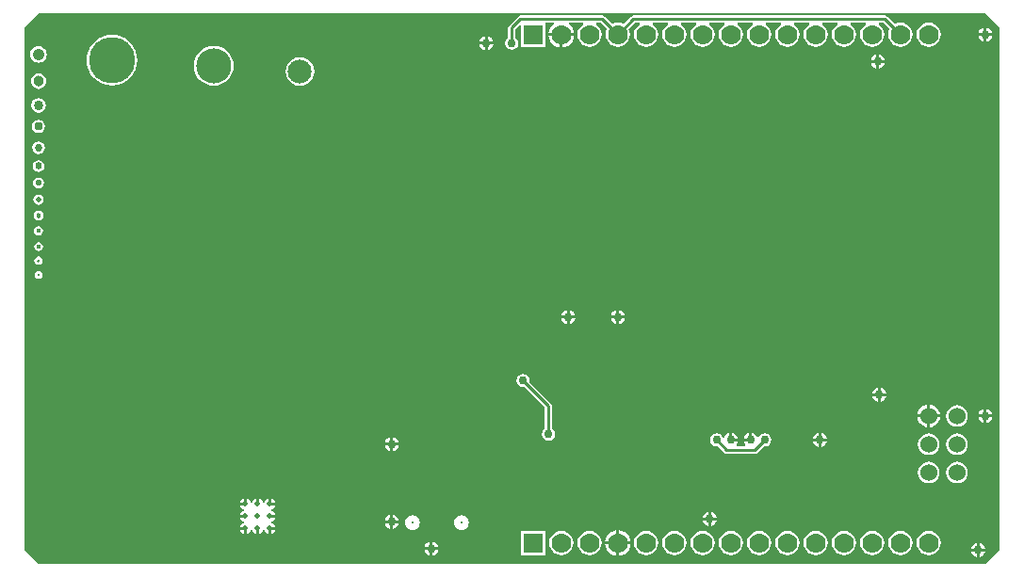
<source format=gbl>
G04 Layer_Physical_Order=2*
G04 Layer_Color=16750899*
%FSAX25Y25*%
%MOIN*%
G70*
G01*
G75*
%ADD39C,0.01000*%
%ADD40C,0.06000*%
%ADD41R,0.07000X0.07000*%
%ADD42C,0.07000*%
%ADD43C,0.01000*%
%ADD44C,0.03000*%
%ADD45C,0.04230*%
%ADD46C,0.03400*%
%ADD47C,0.02740*%
%ADD48C,0.02210*%
%ADD49C,0.01790*%
%ADD50C,0.01460*%
%ADD51C,0.01200*%
%ADD52C,0.01969*%
%ADD53C,0.01330*%
%ADD54C,0.01620*%
%ADD55C,0.01990*%
%ADD56C,0.02460*%
%ADD57C,0.03050*%
%ADD58C,0.03790*%
%ADD59C,0.16350*%
%ADD60C,0.08470*%
%ADD61C,0.12400*%
G36*
X0447500Y0292500D02*
Y0107500D01*
X0442500Y0102500D01*
X0107500D01*
X0102500Y0107500D01*
Y0292500D01*
X0107500Y0297500D01*
X0442500D01*
X0447500Y0292500D01*
D02*
G37*
%LPC*%
G36*
X0344500Y0120949D02*
X0344024Y0120855D01*
X0343198Y0120302D01*
X0342645Y0119475D01*
X0342550Y0119000D01*
X0344500D01*
Y0120949D01*
D02*
G37*
G36*
X0233000Y0119949D02*
Y0118000D01*
X0234949D01*
X0234855Y0118475D01*
X0234302Y0119302D01*
X0233475Y0119855D01*
X0233000Y0119949D01*
D02*
G37*
G36*
X0232000D02*
X0231524Y0119855D01*
X0230698Y0119302D01*
X0230145Y0118475D01*
X0230050Y0118000D01*
X0232000D01*
Y0119949D01*
D02*
G37*
G36*
X0189831Y0125754D02*
Y0124331D01*
X0191254D01*
X0191200Y0124605D01*
X0190761Y0125261D01*
X0190105Y0125700D01*
X0189831Y0125754D01*
D02*
G37*
G36*
X0180169D02*
X0179895Y0125700D01*
X0179239Y0125261D01*
X0178800Y0124605D01*
X0178746Y0124331D01*
X0180169D01*
Y0125754D01*
D02*
G37*
G36*
X0345500Y0120949D02*
Y0119000D01*
X0347449D01*
X0347355Y0119475D01*
X0346802Y0120302D01*
X0345975Y0120855D01*
X0345500Y0120949D01*
D02*
G37*
G36*
X0347449Y0118000D02*
X0345500D01*
Y0116051D01*
X0345975Y0116145D01*
X0346802Y0116698D01*
X0347355Y0117525D01*
X0347449Y0118000D01*
D02*
G37*
G36*
X0257161Y0119852D02*
X0256485Y0119763D01*
X0255854Y0119501D01*
X0255313Y0119086D01*
X0254897Y0118545D01*
X0254636Y0117914D01*
X0254547Y0117238D01*
X0254636Y0116561D01*
X0254897Y0115931D01*
X0255313Y0115390D01*
X0255854Y0114974D01*
X0256485Y0114713D01*
X0257161Y0114624D01*
X0257838Y0114713D01*
X0258468Y0114974D01*
X0259009Y0115390D01*
X0259424Y0115931D01*
X0259686Y0116561D01*
X0259775Y0117238D01*
X0259686Y0117914D01*
X0259424Y0118545D01*
X0259009Y0119086D01*
X0258468Y0119501D01*
X0257838Y0119763D01*
X0257161Y0119852D01*
D02*
G37*
G36*
X0239839D02*
X0239162Y0119763D01*
X0238532Y0119501D01*
X0237991Y0119086D01*
X0237576Y0118545D01*
X0237314Y0117914D01*
X0237225Y0117238D01*
X0237314Y0116561D01*
X0237576Y0115931D01*
X0237991Y0115390D01*
X0238532Y0114974D01*
X0239162Y0114713D01*
X0239839Y0114624D01*
X0240515Y0114713D01*
X0241146Y0114974D01*
X0241687Y0115390D01*
X0242103Y0115931D01*
X0242364Y0116561D01*
X0242453Y0117238D01*
X0242364Y0117914D01*
X0242103Y0118545D01*
X0241687Y0119086D01*
X0241146Y0119501D01*
X0240515Y0119763D01*
X0239839Y0119852D01*
D02*
G37*
G36*
X0191254Y0114669D02*
X0189831D01*
Y0113246D01*
X0190105Y0113300D01*
X0190761Y0113739D01*
X0191200Y0114395D01*
X0191254Y0114669D01*
D02*
G37*
G36*
X0344500Y0118000D02*
X0342550D01*
X0342645Y0117525D01*
X0343198Y0116698D01*
X0344024Y0116145D01*
X0344500Y0116051D01*
Y0118000D01*
D02*
G37*
G36*
X0234949Y0117000D02*
X0233000D01*
Y0115050D01*
X0233475Y0115145D01*
X0234302Y0115698D01*
X0234855Y0116525D01*
X0234949Y0117000D01*
D02*
G37*
G36*
X0232000D02*
X0230050D01*
X0230145Y0116525D01*
X0230698Y0115698D01*
X0231524Y0115145D01*
X0232000Y0115050D01*
Y0117000D01*
D02*
G37*
G36*
X0188831Y0125754D02*
X0188557Y0125700D01*
X0187900Y0125261D01*
X0187462Y0124605D01*
X0187420Y0124397D01*
X0186910D01*
X0186869Y0124605D01*
X0186431Y0125261D01*
X0185774Y0125700D01*
X0185500Y0125754D01*
Y0123831D01*
X0184500D01*
Y0125754D01*
X0184226Y0125700D01*
X0183569Y0125261D01*
X0183131Y0124605D01*
X0183089Y0124397D01*
X0182580D01*
X0182538Y0124605D01*
X0182100Y0125261D01*
X0181444Y0125700D01*
X0181169Y0125754D01*
Y0123831D01*
X0180669D01*
Y0123331D01*
X0178746D01*
X0178800Y0123056D01*
X0179239Y0122400D01*
X0179895Y0121962D01*
X0180103Y0121920D01*
Y0121411D01*
X0179895Y0121369D01*
X0179239Y0120931D01*
X0178800Y0120274D01*
X0178746Y0120000D01*
X0180669D01*
Y0119000D01*
X0178746D01*
X0178800Y0118726D01*
X0179239Y0118069D01*
X0179895Y0117631D01*
X0180103Y0117589D01*
Y0117080D01*
X0179895Y0117038D01*
X0179239Y0116600D01*
X0178800Y0115944D01*
X0178746Y0115669D01*
X0180669D01*
Y0115169D01*
X0181169D01*
Y0113246D01*
X0181444Y0113300D01*
X0182100Y0113739D01*
X0182538Y0114395D01*
X0182580Y0114603D01*
X0183089D01*
X0183131Y0114395D01*
X0183569Y0113739D01*
X0184226Y0113300D01*
X0184500Y0113246D01*
Y0115169D01*
X0185500D01*
Y0113246D01*
X0185774Y0113300D01*
X0186431Y0113739D01*
X0186869Y0114395D01*
X0186910Y0114603D01*
X0187420D01*
X0187462Y0114395D01*
X0187900Y0113739D01*
X0188557Y0113300D01*
X0188831Y0113246D01*
Y0115169D01*
X0189331D01*
Y0115669D01*
X0191254D01*
X0191200Y0115944D01*
X0190761Y0116600D01*
X0190105Y0117038D01*
X0189897Y0117080D01*
Y0117589D01*
X0190105Y0117631D01*
X0190761Y0118069D01*
X0191200Y0118726D01*
X0191254Y0119000D01*
X0189331D01*
Y0120000D01*
X0191254D01*
X0191200Y0120274D01*
X0190761Y0120931D01*
X0190105Y0121369D01*
X0189897Y0121411D01*
Y0121920D01*
X0190105Y0121962D01*
X0190761Y0122400D01*
X0191200Y0123056D01*
X0191254Y0123331D01*
X0189331D01*
Y0123831D01*
X0188831D01*
Y0125754D01*
D02*
G37*
G36*
X0232000Y0147450D02*
X0231524Y0147355D01*
X0230698Y0146802D01*
X0230145Y0145975D01*
X0230050Y0145500D01*
X0232000D01*
Y0147450D01*
D02*
G37*
G36*
X0360000Y0148950D02*
Y0146500D01*
X0359500D01*
Y0146000D01*
X0357050D01*
X0357145Y0145525D01*
X0357612Y0144825D01*
X0357423Y0144325D01*
X0354577D01*
X0354388Y0144825D01*
X0354855Y0145525D01*
X0354949Y0146000D01*
X0352500D01*
Y0146500D01*
X0352000D01*
Y0148950D01*
X0351524Y0148855D01*
X0350698Y0148302D01*
X0350157Y0147494D01*
X0349862Y0147436D01*
X0349630Y0147451D01*
X0349158Y0148158D01*
X0348397Y0148667D01*
X0347500Y0148845D01*
X0346603Y0148667D01*
X0345842Y0148158D01*
X0345333Y0147397D01*
X0345155Y0146500D01*
X0345333Y0145603D01*
X0345842Y0144842D01*
X0346603Y0144333D01*
X0347500Y0144155D01*
X0347892Y0144233D01*
X0350063Y0142063D01*
X0350493Y0141775D01*
X0351000Y0141674D01*
X0361000D01*
X0361507Y0141775D01*
X0361937Y0142063D01*
X0364107Y0144233D01*
X0364500Y0144155D01*
X0365397Y0144333D01*
X0366158Y0144842D01*
X0366667Y0145603D01*
X0366845Y0146500D01*
X0366667Y0147397D01*
X0366158Y0148158D01*
X0365397Y0148667D01*
X0364500Y0148845D01*
X0363603Y0148667D01*
X0362842Y0148158D01*
X0362369Y0147451D01*
X0362138Y0147436D01*
X0361843Y0147494D01*
X0361302Y0148302D01*
X0360475Y0148855D01*
X0360000Y0148950D01*
D02*
G37*
G36*
X0386450Y0146000D02*
X0384500D01*
Y0144051D01*
X0384976Y0144145D01*
X0385802Y0144698D01*
X0386355Y0145525D01*
X0386450Y0146000D01*
D02*
G37*
G36*
X0353000Y0148950D02*
Y0147000D01*
X0354949D01*
X0354855Y0147476D01*
X0354302Y0148302D01*
X0353475Y0148855D01*
X0353000Y0148950D01*
D02*
G37*
G36*
X0279000Y0169845D02*
X0278103Y0169667D01*
X0277342Y0169158D01*
X0276833Y0168397D01*
X0276655Y0167500D01*
X0276833Y0166603D01*
X0277342Y0165842D01*
X0278103Y0165333D01*
X0279000Y0165155D01*
X0279393Y0165233D01*
X0286659Y0157967D01*
Y0150381D01*
X0286326Y0150158D01*
X0285818Y0149397D01*
X0285639Y0148500D01*
X0285818Y0147603D01*
X0286326Y0146842D01*
X0287087Y0146333D01*
X0287984Y0146155D01*
X0288882Y0146333D01*
X0289643Y0146842D01*
X0290151Y0147603D01*
X0290329Y0148500D01*
X0290151Y0149397D01*
X0289643Y0150158D01*
X0289310Y0150381D01*
Y0158516D01*
X0289209Y0159023D01*
X0288921Y0159453D01*
X0281267Y0167107D01*
X0281345Y0167500D01*
X0281167Y0168397D01*
X0280658Y0169158D01*
X0279897Y0169667D01*
X0279000Y0169845D01*
D02*
G37*
G36*
X0233000Y0147450D02*
Y0145500D01*
X0234949D01*
X0234855Y0145975D01*
X0234302Y0146802D01*
X0233475Y0147355D01*
X0233000Y0147450D01*
D02*
G37*
G36*
X0383500Y0146000D02*
X0381551D01*
X0381645Y0145525D01*
X0382198Y0144698D01*
X0383025Y0144145D01*
X0383500Y0144051D01*
Y0146000D01*
D02*
G37*
G36*
X0422500Y0148833D02*
X0421508Y0148702D01*
X0420584Y0148319D01*
X0419790Y0147710D01*
X0419181Y0146916D01*
X0418798Y0145992D01*
X0418667Y0145000D01*
X0418798Y0144008D01*
X0419181Y0143084D01*
X0419790Y0142290D01*
X0420584Y0141681D01*
X0421508Y0141298D01*
X0422500Y0141167D01*
X0423492Y0141298D01*
X0424416Y0141681D01*
X0425210Y0142290D01*
X0425819Y0143084D01*
X0426202Y0144008D01*
X0426333Y0145000D01*
X0426202Y0145992D01*
X0425819Y0146916D01*
X0425210Y0147710D01*
X0424416Y0148319D01*
X0423492Y0148702D01*
X0422500Y0148833D01*
D02*
G37*
G36*
X0432500Y0138833D02*
X0431508Y0138702D01*
X0430584Y0138319D01*
X0429790Y0137710D01*
X0429181Y0136916D01*
X0428798Y0135992D01*
X0428667Y0135000D01*
X0428798Y0134008D01*
X0429181Y0133084D01*
X0429790Y0132290D01*
X0430584Y0131681D01*
X0431508Y0131298D01*
X0432500Y0131167D01*
X0433492Y0131298D01*
X0434416Y0131681D01*
X0435210Y0132290D01*
X0435819Y0133084D01*
X0436202Y0134008D01*
X0436333Y0135000D01*
X0436202Y0135992D01*
X0435819Y0136916D01*
X0435210Y0137710D01*
X0434416Y0138319D01*
X0433492Y0138702D01*
X0432500Y0138833D01*
D02*
G37*
G36*
X0422500D02*
X0421508Y0138702D01*
X0420584Y0138319D01*
X0419790Y0137710D01*
X0419181Y0136916D01*
X0418798Y0135992D01*
X0418667Y0135000D01*
X0418798Y0134008D01*
X0419181Y0133084D01*
X0419790Y0132290D01*
X0420584Y0131681D01*
X0421508Y0131298D01*
X0422500Y0131167D01*
X0423492Y0131298D01*
X0424416Y0131681D01*
X0425210Y0132290D01*
X0425819Y0133084D01*
X0426202Y0134008D01*
X0426333Y0135000D01*
X0426202Y0135992D01*
X0425819Y0136916D01*
X0425210Y0137710D01*
X0424416Y0138319D01*
X0423492Y0138702D01*
X0422500Y0138833D01*
D02*
G37*
G36*
X0234949Y0144500D02*
X0233000D01*
Y0142551D01*
X0233475Y0142645D01*
X0234302Y0143198D01*
X0234855Y0144025D01*
X0234949Y0144500D01*
D02*
G37*
G36*
X0232000D02*
X0230050D01*
X0230145Y0144025D01*
X0230698Y0143198D01*
X0231524Y0142645D01*
X0232000Y0142551D01*
Y0144500D01*
D02*
G37*
G36*
X0432500Y0148833D02*
X0431508Y0148702D01*
X0430584Y0148319D01*
X0429790Y0147710D01*
X0429181Y0146916D01*
X0428798Y0145992D01*
X0428667Y0145000D01*
X0428798Y0144008D01*
X0429181Y0143084D01*
X0429790Y0142290D01*
X0430584Y0141681D01*
X0431508Y0141298D01*
X0432500Y0141167D01*
X0433492Y0141298D01*
X0434416Y0141681D01*
X0435210Y0142290D01*
X0435819Y0143084D01*
X0436202Y0144008D01*
X0436333Y0145000D01*
X0436202Y0145992D01*
X0435819Y0146916D01*
X0435210Y0147710D01*
X0434416Y0148319D01*
X0433492Y0148702D01*
X0432500Y0148833D01*
D02*
G37*
G36*
X0332500Y0114337D02*
X0331378Y0114189D01*
X0330331Y0113756D01*
X0329433Y0113067D01*
X0328744Y0112169D01*
X0328311Y0111123D01*
X0328163Y0110000D01*
X0328311Y0108878D01*
X0328744Y0107831D01*
X0329433Y0106933D01*
X0330331Y0106244D01*
X0331378Y0105811D01*
X0332500Y0105663D01*
X0333623Y0105811D01*
X0334669Y0106244D01*
X0335567Y0106933D01*
X0336256Y0107831D01*
X0336689Y0108878D01*
X0336837Y0110000D01*
X0336689Y0111123D01*
X0336256Y0112169D01*
X0335567Y0113067D01*
X0334669Y0113756D01*
X0333623Y0114189D01*
X0332500Y0114337D01*
D02*
G37*
G36*
X0322500D02*
X0321377Y0114189D01*
X0320331Y0113756D01*
X0319433Y0113067D01*
X0318744Y0112169D01*
X0318311Y0111123D01*
X0318163Y0110000D01*
X0318311Y0108878D01*
X0318744Y0107831D01*
X0319433Y0106933D01*
X0320331Y0106244D01*
X0321377Y0105811D01*
X0322500Y0105663D01*
X0323622Y0105811D01*
X0324669Y0106244D01*
X0325567Y0106933D01*
X0326256Y0107831D01*
X0326689Y0108878D01*
X0326837Y0110000D01*
X0326689Y0111123D01*
X0326256Y0112169D01*
X0325567Y0113067D01*
X0324669Y0113756D01*
X0323622Y0114189D01*
X0322500Y0114337D01*
D02*
G37*
G36*
X0302500D02*
X0301378Y0114189D01*
X0300331Y0113756D01*
X0299433Y0113067D01*
X0298744Y0112169D01*
X0298311Y0111123D01*
X0298163Y0110000D01*
X0298311Y0108878D01*
X0298744Y0107831D01*
X0299433Y0106933D01*
X0300331Y0106244D01*
X0301378Y0105811D01*
X0302500Y0105663D01*
X0303623Y0105811D01*
X0304669Y0106244D01*
X0305567Y0106933D01*
X0306256Y0107831D01*
X0306689Y0108878D01*
X0306837Y0110000D01*
X0306689Y0111123D01*
X0306256Y0112169D01*
X0305567Y0113067D01*
X0304669Y0113756D01*
X0303623Y0114189D01*
X0302500Y0114337D01*
D02*
G37*
G36*
X0362500D02*
X0361378Y0114189D01*
X0360331Y0113756D01*
X0359433Y0113067D01*
X0358744Y0112169D01*
X0358311Y0111123D01*
X0358163Y0110000D01*
X0358311Y0108878D01*
X0358744Y0107831D01*
X0359433Y0106933D01*
X0360331Y0106244D01*
X0361378Y0105811D01*
X0362500Y0105663D01*
X0363622Y0105811D01*
X0364669Y0106244D01*
X0365567Y0106933D01*
X0366256Y0107831D01*
X0366689Y0108878D01*
X0366837Y0110000D01*
X0366689Y0111123D01*
X0366256Y0112169D01*
X0365567Y0113067D01*
X0364669Y0113756D01*
X0363622Y0114189D01*
X0362500Y0114337D01*
D02*
G37*
G36*
X0352500D02*
X0351378Y0114189D01*
X0350331Y0113756D01*
X0349433Y0113067D01*
X0348744Y0112169D01*
X0348311Y0111123D01*
X0348163Y0110000D01*
X0348311Y0108878D01*
X0348744Y0107831D01*
X0349433Y0106933D01*
X0350331Y0106244D01*
X0351378Y0105811D01*
X0352500Y0105663D01*
X0353623Y0105811D01*
X0354669Y0106244D01*
X0355567Y0106933D01*
X0356256Y0107831D01*
X0356689Y0108878D01*
X0356837Y0110000D01*
X0356689Y0111123D01*
X0356256Y0112169D01*
X0355567Y0113067D01*
X0354669Y0113756D01*
X0353623Y0114189D01*
X0352500Y0114337D01*
D02*
G37*
G36*
X0342500D02*
X0341377Y0114189D01*
X0340331Y0113756D01*
X0339433Y0113067D01*
X0338744Y0112169D01*
X0338311Y0111123D01*
X0338163Y0110000D01*
X0338311Y0108878D01*
X0338744Y0107831D01*
X0339433Y0106933D01*
X0340331Y0106244D01*
X0341377Y0105811D01*
X0342500Y0105663D01*
X0343622Y0105811D01*
X0344669Y0106244D01*
X0345567Y0106933D01*
X0346256Y0107831D01*
X0346689Y0108878D01*
X0346837Y0110000D01*
X0346689Y0111123D01*
X0346256Y0112169D01*
X0345567Y0113067D01*
X0344669Y0113756D01*
X0343622Y0114189D01*
X0342500Y0114337D01*
D02*
G37*
G36*
X0292500D02*
X0291377Y0114189D01*
X0290331Y0113756D01*
X0289433Y0113067D01*
X0288744Y0112169D01*
X0288311Y0111123D01*
X0288163Y0110000D01*
X0288311Y0108878D01*
X0288744Y0107831D01*
X0289433Y0106933D01*
X0290331Y0106244D01*
X0291377Y0105811D01*
X0292500Y0105663D01*
X0293622Y0105811D01*
X0294669Y0106244D01*
X0295567Y0106933D01*
X0296256Y0107831D01*
X0296689Y0108878D01*
X0296837Y0110000D01*
X0296689Y0111123D01*
X0296256Y0112169D01*
X0295567Y0113067D01*
X0294669Y0113756D01*
X0293622Y0114189D01*
X0292500Y0114337D01*
D02*
G37*
G36*
X0312000Y0109500D02*
X0308027D01*
X0308116Y0108825D01*
X0308569Y0107731D01*
X0309291Y0106791D01*
X0310231Y0106069D01*
X0311325Y0105616D01*
X0312000Y0105527D01*
Y0109500D01*
D02*
G37*
G36*
X0442450Y0107000D02*
X0440500D01*
Y0105051D01*
X0440976Y0105145D01*
X0441802Y0105698D01*
X0442355Y0106525D01*
X0442450Y0107000D01*
D02*
G37*
G36*
X0439500D02*
X0437550D01*
X0437645Y0106525D01*
X0438198Y0105698D01*
X0439024Y0105145D01*
X0439500Y0105051D01*
Y0107000D01*
D02*
G37*
G36*
X0248950Y0107500D02*
X0247000D01*
Y0105551D01*
X0247476Y0105645D01*
X0248302Y0106198D01*
X0248855Y0107025D01*
X0248950Y0107500D01*
D02*
G37*
G36*
X0246000D02*
X0244051D01*
X0244145Y0107025D01*
X0244698Y0106198D01*
X0245525Y0105645D01*
X0246000Y0105551D01*
Y0107500D01*
D02*
G37*
G36*
X0316973Y0109500D02*
X0313000D01*
Y0105527D01*
X0313675Y0105616D01*
X0314769Y0106069D01*
X0315709Y0106791D01*
X0316431Y0107731D01*
X0316884Y0108825D01*
X0316973Y0109500D01*
D02*
G37*
G36*
X0372500Y0114337D02*
X0371377Y0114189D01*
X0370331Y0113756D01*
X0369433Y0113067D01*
X0368744Y0112169D01*
X0368311Y0111123D01*
X0368163Y0110000D01*
X0368311Y0108878D01*
X0368744Y0107831D01*
X0369433Y0106933D01*
X0370331Y0106244D01*
X0371377Y0105811D01*
X0372500Y0105663D01*
X0373622Y0105811D01*
X0374669Y0106244D01*
X0375567Y0106933D01*
X0376256Y0107831D01*
X0376689Y0108878D01*
X0376837Y0110000D01*
X0376689Y0111123D01*
X0376256Y0112169D01*
X0375567Y0113067D01*
X0374669Y0113756D01*
X0373622Y0114189D01*
X0372500Y0114337D01*
D02*
G37*
G36*
X0247000Y0110450D02*
Y0108500D01*
X0248950D01*
X0248855Y0108976D01*
X0248302Y0109802D01*
X0247476Y0110355D01*
X0247000Y0110450D01*
D02*
G37*
G36*
X0246000D02*
X0245525Y0110355D01*
X0244698Y0109802D01*
X0244145Y0108976D01*
X0244051Y0108500D01*
X0246000D01*
Y0110450D01*
D02*
G37*
G36*
X0440500Y0109950D02*
Y0108000D01*
X0442450D01*
X0442355Y0108475D01*
X0441802Y0109302D01*
X0440976Y0109855D01*
X0440500Y0109950D01*
D02*
G37*
G36*
X0180169Y0114669D02*
X0178746D01*
X0178800Y0114395D01*
X0179239Y0113739D01*
X0179895Y0113300D01*
X0180169Y0113246D01*
Y0114669D01*
D02*
G37*
G36*
X0313000Y0114473D02*
Y0110500D01*
X0316973D01*
X0316884Y0111175D01*
X0316431Y0112269D01*
X0315709Y0113209D01*
X0314769Y0113931D01*
X0313675Y0114384D01*
X0313000Y0114473D01*
D02*
G37*
G36*
X0312000D02*
X0311325Y0114384D01*
X0310231Y0113931D01*
X0309291Y0113209D01*
X0308569Y0112269D01*
X0308116Y0111175D01*
X0308027Y0110500D01*
X0312000D01*
Y0114473D01*
D02*
G37*
G36*
X0439500Y0109950D02*
X0439024Y0109855D01*
X0438198Y0109302D01*
X0437645Y0108475D01*
X0437550Y0108000D01*
X0439500D01*
Y0109950D01*
D02*
G37*
G36*
X0402500Y0114337D02*
X0401377Y0114189D01*
X0400331Y0113756D01*
X0399433Y0113067D01*
X0398744Y0112169D01*
X0398311Y0111123D01*
X0398163Y0110000D01*
X0398311Y0108878D01*
X0398744Y0107831D01*
X0399433Y0106933D01*
X0400331Y0106244D01*
X0401377Y0105811D01*
X0402500Y0105663D01*
X0403622Y0105811D01*
X0404669Y0106244D01*
X0405567Y0106933D01*
X0406256Y0107831D01*
X0406689Y0108878D01*
X0406837Y0110000D01*
X0406689Y0111123D01*
X0406256Y0112169D01*
X0405567Y0113067D01*
X0404669Y0113756D01*
X0403622Y0114189D01*
X0402500Y0114337D01*
D02*
G37*
G36*
X0392500D02*
X0391377Y0114189D01*
X0390331Y0113756D01*
X0389433Y0113067D01*
X0388744Y0112169D01*
X0388311Y0111123D01*
X0388163Y0110000D01*
X0388311Y0108878D01*
X0388744Y0107831D01*
X0389433Y0106933D01*
X0390331Y0106244D01*
X0391377Y0105811D01*
X0392500Y0105663D01*
X0393622Y0105811D01*
X0394669Y0106244D01*
X0395567Y0106933D01*
X0396256Y0107831D01*
X0396689Y0108878D01*
X0396837Y0110000D01*
X0396689Y0111123D01*
X0396256Y0112169D01*
X0395567Y0113067D01*
X0394669Y0113756D01*
X0393622Y0114189D01*
X0392500Y0114337D01*
D02*
G37*
G36*
X0382500D02*
X0381378Y0114189D01*
X0380331Y0113756D01*
X0379433Y0113067D01*
X0378744Y0112169D01*
X0378311Y0111123D01*
X0378163Y0110000D01*
X0378311Y0108878D01*
X0378744Y0107831D01*
X0379433Y0106933D01*
X0380331Y0106244D01*
X0381378Y0105811D01*
X0382500Y0105663D01*
X0383623Y0105811D01*
X0384669Y0106244D01*
X0385567Y0106933D01*
X0386256Y0107831D01*
X0386689Y0108878D01*
X0386837Y0110000D01*
X0386689Y0111123D01*
X0386256Y0112169D01*
X0385567Y0113067D01*
X0384669Y0113756D01*
X0383623Y0114189D01*
X0382500Y0114337D01*
D02*
G37*
G36*
X0286800Y0114300D02*
X0278200D01*
Y0105700D01*
X0286800D01*
Y0114300D01*
D02*
G37*
G36*
X0422500Y0114337D02*
X0421378Y0114189D01*
X0420331Y0113756D01*
X0419433Y0113067D01*
X0418744Y0112169D01*
X0418311Y0111123D01*
X0418163Y0110000D01*
X0418311Y0108878D01*
X0418744Y0107831D01*
X0419433Y0106933D01*
X0420331Y0106244D01*
X0421378Y0105811D01*
X0422500Y0105663D01*
X0423623Y0105811D01*
X0424669Y0106244D01*
X0425567Y0106933D01*
X0426256Y0107831D01*
X0426689Y0108878D01*
X0426837Y0110000D01*
X0426689Y0111123D01*
X0426256Y0112169D01*
X0425567Y0113067D01*
X0424669Y0113756D01*
X0423623Y0114189D01*
X0422500Y0114337D01*
D02*
G37*
G36*
X0412500D02*
X0411377Y0114189D01*
X0410331Y0113756D01*
X0409433Y0113067D01*
X0408744Y0112169D01*
X0408311Y0111123D01*
X0408163Y0110000D01*
X0408311Y0108878D01*
X0408744Y0107831D01*
X0409433Y0106933D01*
X0410331Y0106244D01*
X0411377Y0105811D01*
X0412500Y0105663D01*
X0413623Y0105811D01*
X0414669Y0106244D01*
X0415567Y0106933D01*
X0416256Y0107831D01*
X0416689Y0108878D01*
X0416837Y0110000D01*
X0416689Y0111123D01*
X0416256Y0112169D01*
X0415567Y0113067D01*
X0414669Y0113756D01*
X0413623Y0114189D01*
X0412500Y0114337D01*
D02*
G37*
G36*
X0359000Y0148950D02*
X0358524Y0148855D01*
X0357698Y0148302D01*
X0357145Y0147476D01*
X0357050Y0147000D01*
X0359000D01*
Y0148950D01*
D02*
G37*
G36*
X0133500Y0290018D02*
X0131741Y0289845D01*
X0130049Y0289332D01*
X0128490Y0288498D01*
X0127123Y0287377D01*
X0126001Y0286010D01*
X0125168Y0284451D01*
X0124655Y0282759D01*
X0124482Y0281000D01*
X0124655Y0279241D01*
X0125168Y0277549D01*
X0126001Y0275990D01*
X0127123Y0274623D01*
X0128490Y0273501D01*
X0130049Y0272668D01*
X0131741Y0272155D01*
X0133500Y0271982D01*
X0135259Y0272155D01*
X0136951Y0272668D01*
X0138510Y0273501D01*
X0139877Y0274623D01*
X0140999Y0275990D01*
X0141832Y0277549D01*
X0142345Y0279241D01*
X0142518Y0281000D01*
X0142345Y0282759D01*
X0141832Y0284451D01*
X0140999Y0286010D01*
X0139877Y0287377D01*
X0138510Y0288498D01*
X0136951Y0289332D01*
X0135259Y0289845D01*
X0133500Y0290018D01*
D02*
G37*
G36*
X0169500Y0286034D02*
X0168128Y0285899D01*
X0166808Y0285498D01*
X0165592Y0284848D01*
X0164526Y0283974D01*
X0163652Y0282908D01*
X0163002Y0281692D01*
X0162601Y0280372D01*
X0162466Y0279000D01*
X0162601Y0277628D01*
X0163002Y0276308D01*
X0163652Y0275092D01*
X0164526Y0274026D01*
X0165592Y0273151D01*
X0166808Y0272501D01*
X0168128Y0272101D01*
X0169500Y0271966D01*
X0170872Y0272101D01*
X0172192Y0272501D01*
X0173408Y0273151D01*
X0174474Y0274026D01*
X0175348Y0275092D01*
X0175998Y0276308D01*
X0176399Y0277628D01*
X0176534Y0279000D01*
X0176399Y0280372D01*
X0175998Y0281692D01*
X0175348Y0282908D01*
X0174474Y0283974D01*
X0173408Y0284848D01*
X0172192Y0285498D01*
X0170872Y0285899D01*
X0169500Y0286034D01*
D02*
G37*
G36*
X0200000Y0282079D02*
X0198686Y0281905D01*
X0197461Y0281398D01*
X0196409Y0280591D01*
X0195602Y0279539D01*
X0195095Y0278314D01*
X0194922Y0277000D01*
X0195095Y0275686D01*
X0195602Y0274461D01*
X0196409Y0273409D01*
X0197461Y0272602D01*
X0198686Y0272095D01*
X0200000Y0271921D01*
X0201314Y0272095D01*
X0202539Y0272602D01*
X0203591Y0273409D01*
X0204398Y0274461D01*
X0204905Y0275686D01*
X0205079Y0277000D01*
X0204905Y0278314D01*
X0204398Y0279539D01*
X0203591Y0280591D01*
X0202539Y0281398D01*
X0201314Y0281905D01*
X0200000Y0282079D01*
D02*
G37*
G36*
X0107500Y0285940D02*
X0106739Y0285840D01*
X0106030Y0285546D01*
X0105421Y0285079D01*
X0104954Y0284470D01*
X0104660Y0283761D01*
X0104560Y0283000D01*
X0104660Y0282239D01*
X0104954Y0281530D01*
X0105421Y0280921D01*
X0106030Y0280454D01*
X0106739Y0280160D01*
X0107500Y0280060D01*
X0108261Y0280160D01*
X0108970Y0280454D01*
X0109579Y0280921D01*
X0110046Y0281530D01*
X0110340Y0282239D01*
X0110440Y0283000D01*
X0110340Y0283761D01*
X0110046Y0284470D01*
X0109579Y0285079D01*
X0108970Y0285546D01*
X0108261Y0285840D01*
X0107500Y0285940D01*
D02*
G37*
G36*
X0406950Y0280000D02*
X0405000D01*
Y0278050D01*
X0405476Y0278145D01*
X0406302Y0278698D01*
X0406855Y0279524D01*
X0406950Y0280000D01*
D02*
G37*
G36*
X0404000D02*
X0402050D01*
X0402145Y0279524D01*
X0402698Y0278698D01*
X0403524Y0278145D01*
X0404000Y0278050D01*
Y0280000D01*
D02*
G37*
G36*
X0107500Y0276218D02*
X0106797Y0276126D01*
X0106141Y0275854D01*
X0105578Y0275422D01*
X0105146Y0274859D01*
X0104874Y0274203D01*
X0104782Y0273500D01*
X0104874Y0272797D01*
X0105146Y0272141D01*
X0105578Y0271578D01*
X0106141Y0271146D01*
X0106797Y0270874D01*
X0107500Y0270782D01*
X0108203Y0270874D01*
X0108859Y0271146D01*
X0109422Y0271578D01*
X0109854Y0272141D01*
X0110126Y0272797D01*
X0110218Y0273500D01*
X0110126Y0274203D01*
X0109854Y0274859D01*
X0109422Y0275422D01*
X0108859Y0275854D01*
X0108203Y0276126D01*
X0107500Y0276218D01*
D02*
G37*
G36*
Y0245570D02*
X0106708Y0245412D01*
X0106036Y0244964D01*
X0105588Y0244292D01*
X0105430Y0243500D01*
X0105588Y0242708D01*
X0106036Y0242037D01*
X0106708Y0241588D01*
X0107500Y0241430D01*
X0108292Y0241588D01*
X0108964Y0242037D01*
X0109412Y0242708D01*
X0109570Y0243500D01*
X0109412Y0244292D01*
X0108964Y0244964D01*
X0108292Y0245412D01*
X0107500Y0245570D01*
D02*
G37*
G36*
Y0239442D02*
X0106757Y0239295D01*
X0106127Y0238873D01*
X0105705Y0238243D01*
X0105558Y0237500D01*
X0105705Y0236757D01*
X0106127Y0236127D01*
X0106757Y0235705D01*
X0107500Y0235558D01*
X0108243Y0235705D01*
X0108873Y0236127D01*
X0109294Y0236757D01*
X0109442Y0237500D01*
X0109294Y0238243D01*
X0108873Y0238873D01*
X0108243Y0239295D01*
X0107500Y0239442D01*
D02*
G37*
G36*
Y0233330D02*
X0106800Y0233191D01*
X0106206Y0232794D01*
X0105809Y0232200D01*
X0105670Y0231500D01*
X0105809Y0230800D01*
X0106206Y0230206D01*
X0106800Y0229809D01*
X0107500Y0229670D01*
X0108200Y0229809D01*
X0108794Y0230206D01*
X0109191Y0230800D01*
X0109330Y0231500D01*
X0109191Y0232200D01*
X0108794Y0232794D01*
X0108200Y0233191D01*
X0107500Y0233330D01*
D02*
G37*
G36*
Y0267549D02*
X0106525Y0267355D01*
X0105698Y0266802D01*
X0105145Y0265975D01*
X0104951Y0265000D01*
X0105145Y0264024D01*
X0105698Y0263198D01*
X0106525Y0262645D01*
X0107500Y0262451D01*
X0108475Y0262645D01*
X0109302Y0263198D01*
X0109855Y0264024D01*
X0110049Y0265000D01*
X0109855Y0265975D01*
X0109302Y0266802D01*
X0108475Y0267355D01*
X0107500Y0267549D01*
D02*
G37*
G36*
Y0259871D02*
X0106593Y0259690D01*
X0105824Y0259176D01*
X0105310Y0258407D01*
X0105129Y0257500D01*
X0105310Y0256593D01*
X0105824Y0255824D01*
X0106593Y0255310D01*
X0107500Y0255129D01*
X0108407Y0255310D01*
X0109176Y0255824D01*
X0109690Y0256593D01*
X0109871Y0257500D01*
X0109690Y0258407D01*
X0109176Y0259176D01*
X0108407Y0259690D01*
X0107500Y0259871D01*
D02*
G37*
G36*
Y0252213D02*
X0106653Y0252044D01*
X0105936Y0251565D01*
X0105456Y0250847D01*
X0105288Y0250000D01*
X0105456Y0249153D01*
X0105936Y0248435D01*
X0106653Y0247956D01*
X0107500Y0247787D01*
X0108347Y0247956D01*
X0109064Y0248435D01*
X0109544Y0249153D01*
X0109713Y0250000D01*
X0109544Y0250847D01*
X0109064Y0251565D01*
X0108347Y0252044D01*
X0107500Y0252213D01*
D02*
G37*
G36*
X0404000Y0282949D02*
X0403524Y0282855D01*
X0402698Y0282302D01*
X0402145Y0281475D01*
X0402050Y0281000D01*
X0404000D01*
Y0282949D01*
D02*
G37*
G36*
X0444949Y0289500D02*
X0443000D01*
Y0287550D01*
X0443475Y0287645D01*
X0444302Y0288198D01*
X0444855Y0289024D01*
X0444949Y0289500D01*
D02*
G37*
G36*
X0442000D02*
X0440051D01*
X0440145Y0289024D01*
X0440698Y0288198D01*
X0441525Y0287645D01*
X0442000Y0287550D01*
Y0289500D01*
D02*
G37*
G36*
X0266500Y0289450D02*
Y0287500D01*
X0268449D01*
X0268355Y0287976D01*
X0267802Y0288802D01*
X0266975Y0289355D01*
X0266500Y0289450D01*
D02*
G37*
G36*
X0407000Y0296826D02*
X0318000D01*
X0317493Y0296725D01*
X0317063Y0296437D01*
X0314466Y0293840D01*
X0313622Y0294189D01*
X0312500Y0294337D01*
X0311378Y0294189D01*
X0310534Y0293840D01*
X0307937Y0296437D01*
X0307507Y0296725D01*
X0307000Y0296826D01*
X0278000D01*
X0277493Y0296725D01*
X0277063Y0296437D01*
X0274063Y0293437D01*
X0273775Y0293007D01*
X0273675Y0292500D01*
Y0288880D01*
X0273342Y0288658D01*
X0272833Y0287897D01*
X0272655Y0287000D01*
X0272833Y0286103D01*
X0273342Y0285342D01*
X0274103Y0284833D01*
X0275000Y0284655D01*
X0275897Y0284833D01*
X0276658Y0285342D01*
X0277167Y0286103D01*
X0277345Y0287000D01*
X0277167Y0287897D01*
X0276658Y0288658D01*
X0276325Y0288880D01*
Y0291951D01*
X0277738Y0293364D01*
X0278200Y0293172D01*
Y0285700D01*
X0286800D01*
Y0294175D01*
X0289727D01*
X0289897Y0293674D01*
X0289291Y0293209D01*
X0288569Y0292269D01*
X0288116Y0291175D01*
X0288027Y0290500D01*
X0296973D01*
X0296884Y0291175D01*
X0296431Y0292269D01*
X0295709Y0293209D01*
X0295103Y0293674D01*
X0295273Y0294175D01*
X0300109D01*
X0300225Y0293674D01*
X0299433Y0293067D01*
X0298744Y0292169D01*
X0298311Y0291123D01*
X0298163Y0290000D01*
X0298311Y0288878D01*
X0298744Y0287831D01*
X0299433Y0286933D01*
X0300331Y0286244D01*
X0301378Y0285811D01*
X0302500Y0285663D01*
X0303623Y0285811D01*
X0304669Y0286244D01*
X0305567Y0286933D01*
X0306256Y0287831D01*
X0306689Y0288878D01*
X0306837Y0290000D01*
X0306689Y0291123D01*
X0306256Y0292169D01*
X0305567Y0293067D01*
X0304775Y0293674D01*
X0304891Y0294175D01*
X0306451D01*
X0308660Y0291966D01*
X0308311Y0291123D01*
X0308163Y0290000D01*
X0308311Y0288878D01*
X0308744Y0287831D01*
X0309433Y0286933D01*
X0310331Y0286244D01*
X0311378Y0285811D01*
X0312500Y0285663D01*
X0313622Y0285811D01*
X0314669Y0286244D01*
X0315567Y0286933D01*
X0316256Y0287831D01*
X0316689Y0288878D01*
X0316837Y0290000D01*
X0316689Y0291123D01*
X0316340Y0291966D01*
X0318549Y0294175D01*
X0320109D01*
X0320225Y0293674D01*
X0319433Y0293067D01*
X0318744Y0292169D01*
X0318311Y0291123D01*
X0318163Y0290000D01*
X0318311Y0288878D01*
X0318744Y0287831D01*
X0319433Y0286933D01*
X0320331Y0286244D01*
X0321377Y0285811D01*
X0322500Y0285663D01*
X0323622Y0285811D01*
X0324669Y0286244D01*
X0325567Y0286933D01*
X0326256Y0287831D01*
X0326689Y0288878D01*
X0326837Y0290000D01*
X0326689Y0291123D01*
X0326256Y0292169D01*
X0325567Y0293067D01*
X0324775Y0293674D01*
X0324891Y0294175D01*
X0330108D01*
X0330225Y0293674D01*
X0329433Y0293067D01*
X0328744Y0292169D01*
X0328311Y0291123D01*
X0328163Y0290000D01*
X0328311Y0288878D01*
X0328744Y0287831D01*
X0329433Y0286933D01*
X0330331Y0286244D01*
X0331378Y0285811D01*
X0332500Y0285663D01*
X0333623Y0285811D01*
X0334669Y0286244D01*
X0335567Y0286933D01*
X0336256Y0287831D01*
X0336689Y0288878D01*
X0336837Y0290000D01*
X0336689Y0291123D01*
X0336256Y0292169D01*
X0335567Y0293067D01*
X0334775Y0293674D01*
X0334892Y0294175D01*
X0340108D01*
X0340225Y0293674D01*
X0339433Y0293067D01*
X0338744Y0292169D01*
X0338311Y0291123D01*
X0338163Y0290000D01*
X0338311Y0288878D01*
X0338744Y0287831D01*
X0339433Y0286933D01*
X0340331Y0286244D01*
X0341377Y0285811D01*
X0342500Y0285663D01*
X0343622Y0285811D01*
X0344669Y0286244D01*
X0345567Y0286933D01*
X0346256Y0287831D01*
X0346689Y0288878D01*
X0346837Y0290000D01*
X0346689Y0291123D01*
X0346256Y0292169D01*
X0345567Y0293067D01*
X0344775Y0293674D01*
X0344892Y0294175D01*
X0350109D01*
X0350225Y0293674D01*
X0349433Y0293067D01*
X0348744Y0292169D01*
X0348311Y0291123D01*
X0348163Y0290000D01*
X0348311Y0288878D01*
X0348744Y0287831D01*
X0349433Y0286933D01*
X0350331Y0286244D01*
X0351378Y0285811D01*
X0352500Y0285663D01*
X0353623Y0285811D01*
X0354669Y0286244D01*
X0355567Y0286933D01*
X0356256Y0287831D01*
X0356689Y0288878D01*
X0356837Y0290000D01*
X0356689Y0291123D01*
X0356256Y0292169D01*
X0355567Y0293067D01*
X0354775Y0293674D01*
X0354891Y0294175D01*
X0360108D01*
X0360225Y0293674D01*
X0359433Y0293067D01*
X0358744Y0292169D01*
X0358311Y0291123D01*
X0358163Y0290000D01*
X0358311Y0288878D01*
X0358744Y0287831D01*
X0359433Y0286933D01*
X0360331Y0286244D01*
X0361378Y0285811D01*
X0362500Y0285663D01*
X0363622Y0285811D01*
X0364669Y0286244D01*
X0365567Y0286933D01*
X0366256Y0287831D01*
X0366689Y0288878D01*
X0366837Y0290000D01*
X0366689Y0291123D01*
X0366256Y0292169D01*
X0365567Y0293067D01*
X0364775Y0293674D01*
X0364892Y0294175D01*
X0370109D01*
X0370225Y0293674D01*
X0369433Y0293067D01*
X0368744Y0292169D01*
X0368311Y0291123D01*
X0368163Y0290000D01*
X0368311Y0288878D01*
X0368744Y0287831D01*
X0369433Y0286933D01*
X0370331Y0286244D01*
X0371377Y0285811D01*
X0372500Y0285663D01*
X0373622Y0285811D01*
X0374669Y0286244D01*
X0375567Y0286933D01*
X0376256Y0287831D01*
X0376689Y0288878D01*
X0376837Y0290000D01*
X0376689Y0291123D01*
X0376256Y0292169D01*
X0375567Y0293067D01*
X0374775Y0293674D01*
X0374891Y0294175D01*
X0380108D01*
X0380225Y0293674D01*
X0379433Y0293067D01*
X0378744Y0292169D01*
X0378311Y0291123D01*
X0378163Y0290000D01*
X0378311Y0288878D01*
X0378744Y0287831D01*
X0379433Y0286933D01*
X0380331Y0286244D01*
X0381378Y0285811D01*
X0382500Y0285663D01*
X0383623Y0285811D01*
X0384669Y0286244D01*
X0385567Y0286933D01*
X0386256Y0287831D01*
X0386689Y0288878D01*
X0386837Y0290000D01*
X0386689Y0291123D01*
X0386256Y0292169D01*
X0385567Y0293067D01*
X0384775Y0293674D01*
X0384892Y0294175D01*
X0390108D01*
X0390225Y0293674D01*
X0389433Y0293067D01*
X0388744Y0292169D01*
X0388311Y0291123D01*
X0388163Y0290000D01*
X0388311Y0288878D01*
X0388744Y0287831D01*
X0389433Y0286933D01*
X0390331Y0286244D01*
X0391377Y0285811D01*
X0392500Y0285663D01*
X0393622Y0285811D01*
X0394669Y0286244D01*
X0395567Y0286933D01*
X0396256Y0287831D01*
X0396689Y0288878D01*
X0396837Y0290000D01*
X0396689Y0291123D01*
X0396256Y0292169D01*
X0395567Y0293067D01*
X0394775Y0293674D01*
X0394892Y0294175D01*
X0400108D01*
X0400225Y0293674D01*
X0399433Y0293067D01*
X0398744Y0292169D01*
X0398311Y0291123D01*
X0398163Y0290000D01*
X0398311Y0288878D01*
X0398744Y0287831D01*
X0399433Y0286933D01*
X0400331Y0286244D01*
X0401377Y0285811D01*
X0402500Y0285663D01*
X0403622Y0285811D01*
X0404669Y0286244D01*
X0405567Y0286933D01*
X0406256Y0287831D01*
X0406689Y0288878D01*
X0406837Y0290000D01*
X0406689Y0291123D01*
X0406256Y0292169D01*
X0405567Y0293067D01*
X0404775Y0293674D01*
X0404891Y0294175D01*
X0406451D01*
X0408660Y0291966D01*
X0408311Y0291123D01*
X0408163Y0290000D01*
X0408311Y0288878D01*
X0408744Y0287831D01*
X0409433Y0286933D01*
X0410331Y0286244D01*
X0411377Y0285811D01*
X0412500Y0285663D01*
X0413623Y0285811D01*
X0414669Y0286244D01*
X0415567Y0286933D01*
X0416256Y0287831D01*
X0416689Y0288878D01*
X0416837Y0290000D01*
X0416689Y0291123D01*
X0416256Y0292169D01*
X0415567Y0293067D01*
X0414669Y0293756D01*
X0413623Y0294189D01*
X0412500Y0294337D01*
X0411377Y0294189D01*
X0410534Y0293840D01*
X0407937Y0296437D01*
X0407507Y0296725D01*
X0407000Y0296826D01*
D02*
G37*
G36*
X0443000Y0292449D02*
Y0290500D01*
X0444949D01*
X0444855Y0290975D01*
X0444302Y0291802D01*
X0443475Y0292355D01*
X0443000Y0292449D01*
D02*
G37*
G36*
X0442000D02*
X0441525Y0292355D01*
X0440698Y0291802D01*
X0440145Y0290975D01*
X0440051Y0290500D01*
X0442000D01*
Y0292449D01*
D02*
G37*
G36*
X0265500Y0289450D02*
X0265024Y0289355D01*
X0264198Y0288802D01*
X0263645Y0287976D01*
X0263550Y0287500D01*
X0265500D01*
Y0289450D01*
D02*
G37*
G36*
X0268449Y0286500D02*
X0266500D01*
Y0284550D01*
X0266975Y0284645D01*
X0267802Y0285198D01*
X0268355Y0286024D01*
X0268449Y0286500D01*
D02*
G37*
G36*
X0265500D02*
X0263550D01*
X0263645Y0286024D01*
X0264198Y0285198D01*
X0265024Y0284645D01*
X0265500Y0284550D01*
Y0286500D01*
D02*
G37*
G36*
X0405000Y0282949D02*
Y0281000D01*
X0406950D01*
X0406855Y0281475D01*
X0406302Y0282302D01*
X0405476Y0282855D01*
X0405000Y0282949D01*
D02*
G37*
G36*
X0422500Y0294337D02*
X0421378Y0294189D01*
X0420331Y0293756D01*
X0419433Y0293067D01*
X0418744Y0292169D01*
X0418311Y0291123D01*
X0418163Y0290000D01*
X0418311Y0288878D01*
X0418744Y0287831D01*
X0419433Y0286933D01*
X0420331Y0286244D01*
X0421378Y0285811D01*
X0422500Y0285663D01*
X0423623Y0285811D01*
X0424669Y0286244D01*
X0425567Y0286933D01*
X0426256Y0287831D01*
X0426689Y0288878D01*
X0426837Y0290000D01*
X0426689Y0291123D01*
X0426256Y0292169D01*
X0425567Y0293067D01*
X0424669Y0293756D01*
X0423623Y0294189D01*
X0422500Y0294337D01*
D02*
G37*
G36*
X0296973Y0289500D02*
X0293000D01*
Y0285527D01*
X0293675Y0285616D01*
X0294769Y0286069D01*
X0295709Y0286791D01*
X0296431Y0287731D01*
X0296884Y0288825D01*
X0296973Y0289500D01*
D02*
G37*
G36*
X0292000D02*
X0288027D01*
X0288116Y0288825D01*
X0288569Y0287731D01*
X0289291Y0286791D01*
X0290231Y0286069D01*
X0291325Y0285616D01*
X0292000Y0285527D01*
Y0289500D01*
D02*
G37*
G36*
X0107500Y0227728D02*
X0106839Y0227597D01*
X0106278Y0227222D01*
X0105903Y0226661D01*
X0105772Y0226000D01*
X0105903Y0225339D01*
X0106278Y0224778D01*
X0106839Y0224403D01*
X0107500Y0224272D01*
X0108161Y0224403D01*
X0108722Y0224778D01*
X0109097Y0225339D01*
X0109228Y0226000D01*
X0109097Y0226661D01*
X0108722Y0227222D01*
X0108161Y0227597D01*
X0107500Y0227728D01*
D02*
G37*
G36*
X0442000Y0157449D02*
X0441525Y0157355D01*
X0440698Y0156802D01*
X0440145Y0155975D01*
X0440051Y0155500D01*
X0442000D01*
Y0157449D01*
D02*
G37*
G36*
X0423000Y0158969D02*
Y0155500D01*
X0426469D01*
X0426397Y0156044D01*
X0425994Y0157017D01*
X0425353Y0157853D01*
X0424517Y0158494D01*
X0423544Y0158897D01*
X0423000Y0158969D01*
D02*
G37*
G36*
X0422000D02*
X0421456Y0158897D01*
X0420483Y0158494D01*
X0419647Y0157853D01*
X0419006Y0157017D01*
X0418603Y0156044D01*
X0418531Y0155500D01*
X0422000D01*
Y0158969D01*
D02*
G37*
G36*
X0407449Y0162000D02*
X0405500D01*
Y0160050D01*
X0405975Y0160145D01*
X0406802Y0160698D01*
X0407355Y0161524D01*
X0407449Y0162000D01*
D02*
G37*
G36*
X0404500D02*
X0402551D01*
X0402645Y0161524D01*
X0403198Y0160698D01*
X0404025Y0160145D01*
X0404500Y0160050D01*
Y0162000D01*
D02*
G37*
G36*
X0443000Y0157449D02*
Y0155500D01*
X0444949D01*
X0444855Y0155975D01*
X0444302Y0156802D01*
X0443475Y0157355D01*
X0443000Y0157449D01*
D02*
G37*
G36*
X0444949Y0154500D02*
X0443000D01*
Y0152550D01*
X0443475Y0152645D01*
X0444302Y0153198D01*
X0444855Y0154025D01*
X0444949Y0154500D01*
D02*
G37*
G36*
X0422000D02*
X0418531D01*
X0418603Y0153956D01*
X0419006Y0152983D01*
X0419647Y0152147D01*
X0420483Y0151506D01*
X0421456Y0151103D01*
X0422000Y0151031D01*
Y0154500D01*
D02*
G37*
G36*
X0384500Y0148950D02*
Y0147000D01*
X0386450D01*
X0386355Y0147476D01*
X0385802Y0148302D01*
X0384976Y0148855D01*
X0384500Y0148950D01*
D02*
G37*
G36*
X0383500D02*
X0383025Y0148855D01*
X0382198Y0148302D01*
X0381645Y0147476D01*
X0381551Y0147000D01*
X0383500D01*
Y0148950D01*
D02*
G37*
G36*
X0442000Y0154500D02*
X0440051D01*
X0440145Y0154025D01*
X0440698Y0153198D01*
X0441525Y0152645D01*
X0442000Y0152550D01*
Y0154500D01*
D02*
G37*
G36*
X0432500Y0158833D02*
X0431508Y0158702D01*
X0430584Y0158319D01*
X0429790Y0157710D01*
X0429181Y0156916D01*
X0428798Y0155992D01*
X0428667Y0155000D01*
X0428798Y0154008D01*
X0429181Y0153084D01*
X0429790Y0152290D01*
X0430584Y0151681D01*
X0431508Y0151298D01*
X0432500Y0151167D01*
X0433492Y0151298D01*
X0434416Y0151681D01*
X0435210Y0152290D01*
X0435819Y0153084D01*
X0436202Y0154008D01*
X0436333Y0155000D01*
X0436202Y0155992D01*
X0435819Y0156916D01*
X0435210Y0157710D01*
X0434416Y0158319D01*
X0433492Y0158702D01*
X0432500Y0158833D01*
D02*
G37*
G36*
X0426469Y0154500D02*
X0423000D01*
Y0151031D01*
X0423544Y0151103D01*
X0424517Y0151506D01*
X0425353Y0152147D01*
X0425994Y0152983D01*
X0426397Y0153956D01*
X0426469Y0154500D01*
D02*
G37*
G36*
X0404500Y0164950D02*
X0404025Y0164855D01*
X0403198Y0164302D01*
X0402645Y0163476D01*
X0402551Y0163000D01*
X0404500D01*
Y0164950D01*
D02*
G37*
G36*
X0107500Y0206427D02*
X0106954Y0206319D01*
X0106491Y0206009D01*
X0106181Y0205546D01*
X0106073Y0205000D01*
X0106181Y0204454D01*
X0106491Y0203991D01*
X0106954Y0203681D01*
X0107500Y0203573D01*
X0108046Y0203681D01*
X0108509Y0203991D01*
X0108819Y0204454D01*
X0108927Y0205000D01*
X0108819Y0205546D01*
X0108509Y0206009D01*
X0108046Y0206319D01*
X0107500Y0206427D01*
D02*
G37*
G36*
X0313000Y0192449D02*
Y0190500D01*
X0314949D01*
X0314855Y0190975D01*
X0314302Y0191802D01*
X0313475Y0192355D01*
X0313000Y0192449D01*
D02*
G37*
G36*
X0312000D02*
X0311525Y0192355D01*
X0310698Y0191802D01*
X0310145Y0190975D01*
X0310051Y0190500D01*
X0312000D01*
Y0192449D01*
D02*
G37*
G36*
X0107500Y0222142D02*
X0106872Y0222017D01*
X0106339Y0221661D01*
X0105983Y0221128D01*
X0105859Y0220500D01*
X0105983Y0219872D01*
X0106339Y0219339D01*
X0106872Y0218983D01*
X0107500Y0218859D01*
X0108128Y0218983D01*
X0108661Y0219339D01*
X0109017Y0219872D01*
X0109142Y0220500D01*
X0109017Y0221128D01*
X0108661Y0221661D01*
X0108128Y0222017D01*
X0107500Y0222142D01*
D02*
G37*
G36*
Y0216560D02*
X0106903Y0216441D01*
X0106397Y0216103D01*
X0106059Y0215597D01*
X0105940Y0215000D01*
X0106059Y0214403D01*
X0106397Y0213897D01*
X0106903Y0213559D01*
X0107500Y0213440D01*
X0108097Y0213559D01*
X0108603Y0213897D01*
X0108941Y0214403D01*
X0109060Y0215000D01*
X0108941Y0215597D01*
X0108603Y0216103D01*
X0108097Y0216441D01*
X0107500Y0216560D01*
D02*
G37*
G36*
Y0211494D02*
X0106928Y0211380D01*
X0106444Y0211056D01*
X0106120Y0210572D01*
X0106006Y0210000D01*
X0106120Y0209428D01*
X0106444Y0208944D01*
X0106928Y0208620D01*
X0107500Y0208506D01*
X0108072Y0208620D01*
X0108556Y0208944D01*
X0108880Y0209428D01*
X0108994Y0210000D01*
X0108880Y0210572D01*
X0108556Y0211056D01*
X0108072Y0211380D01*
X0107500Y0211494D01*
D02*
G37*
G36*
X0295500Y0192449D02*
Y0190500D01*
X0297449D01*
X0297355Y0190975D01*
X0296802Y0191802D01*
X0295975Y0192355D01*
X0295500Y0192449D01*
D02*
G37*
G36*
X0297449Y0189500D02*
X0295500D01*
Y0187550D01*
X0295975Y0187645D01*
X0296802Y0188198D01*
X0297355Y0189024D01*
X0297449Y0189500D01*
D02*
G37*
G36*
X0294500D02*
X0292550D01*
X0292645Y0189024D01*
X0293198Y0188198D01*
X0294024Y0187645D01*
X0294500Y0187550D01*
Y0189500D01*
D02*
G37*
G36*
X0405500Y0164950D02*
Y0163000D01*
X0407449D01*
X0407355Y0163476D01*
X0406802Y0164302D01*
X0405975Y0164855D01*
X0405500Y0164950D01*
D02*
G37*
G36*
X0294500Y0192449D02*
X0294024Y0192355D01*
X0293198Y0191802D01*
X0292645Y0190975D01*
X0292550Y0190500D01*
X0294500D01*
Y0192449D01*
D02*
G37*
G36*
X0314949Y0189500D02*
X0313000D01*
Y0187550D01*
X0313475Y0187645D01*
X0314302Y0188198D01*
X0314855Y0189024D01*
X0314949Y0189500D01*
D02*
G37*
G36*
X0312000D02*
X0310051D01*
X0310145Y0189024D01*
X0310698Y0188198D01*
X0311525Y0187645D01*
X0312000Y0187550D01*
Y0189500D01*
D02*
G37*
%LPD*%
D39*
X0287984Y0148500D02*
Y0158516D01*
X0279000Y0167500D02*
X0287984Y0158516D01*
X0407000Y0295500D02*
X0412500Y0290000D01*
X0318000Y0295500D02*
X0407000D01*
X0312500Y0290000D02*
X0318000Y0295500D01*
X0307000D02*
X0312500Y0290000D01*
X0278000Y0295500D02*
X0307000D01*
X0275000Y0292500D02*
X0278000Y0295500D01*
X0275000Y0287000D02*
Y0292500D01*
X0361000Y0143000D02*
X0364500Y0146500D01*
X0351000Y0143000D02*
X0361000D01*
X0347500Y0146500D02*
X0351000Y0143000D01*
D40*
X0422500Y0155000D02*
D03*
X0432500D02*
D03*
X0422500Y0135000D02*
D03*
Y0145000D02*
D03*
X0432500D02*
D03*
Y0135000D02*
D03*
D41*
X0282500Y0290000D02*
D03*
Y0110000D02*
D03*
D42*
X0292500Y0290000D02*
D03*
X0302500D02*
D03*
X0312500D02*
D03*
X0322500D02*
D03*
X0332500D02*
D03*
X0342500D02*
D03*
X0352500D02*
D03*
X0362500D02*
D03*
X0372500D02*
D03*
X0382500D02*
D03*
X0392500D02*
D03*
X0402500D02*
D03*
X0412500D02*
D03*
X0422500D02*
D03*
X0292500Y0110000D02*
D03*
X0302500D02*
D03*
X0312500D02*
D03*
X0322500D02*
D03*
X0332500D02*
D03*
X0342500D02*
D03*
X0352500D02*
D03*
X0362500D02*
D03*
X0372500D02*
D03*
X0382500D02*
D03*
X0392500D02*
D03*
X0402500D02*
D03*
X0412500D02*
D03*
X0422500D02*
D03*
D43*
X0239839Y0117238D02*
D03*
X0257161D02*
D03*
D44*
X0232500Y0145000D02*
D03*
Y0117500D02*
D03*
X0287984Y0148500D02*
D03*
X0442500Y0290000D02*
D03*
Y0155000D02*
D03*
X0295000Y0190000D02*
D03*
X0312500D02*
D03*
X0405000Y0162500D02*
D03*
X0384000Y0146500D02*
D03*
X0279000Y0167500D02*
D03*
X0275000Y0287000D02*
D03*
X0347500Y0146500D02*
D03*
X0440000Y0107500D02*
D03*
X0359500Y0146500D02*
D03*
X0404500Y0280500D02*
D03*
X0352500Y0146500D02*
D03*
X0345000Y0118500D02*
D03*
X0266000Y0287000D02*
D03*
X0246500Y0108000D02*
D03*
X0364500Y0146500D02*
D03*
D45*
X0107500Y0283000D02*
D03*
D46*
Y0265000D02*
D03*
D47*
Y0250000D02*
D03*
D48*
Y0237500D02*
D03*
D49*
Y0226000D02*
D03*
D50*
Y0215000D02*
D03*
D51*
Y0205000D02*
D03*
D52*
X0189331Y0115169D02*
D03*
X0185000D02*
D03*
X0180669D02*
D03*
X0189331Y0119500D02*
D03*
X0185000D02*
D03*
X0180669D02*
D03*
X0189331Y0123831D02*
D03*
X0185000D02*
D03*
X0180669D02*
D03*
D53*
X0107500Y0210000D02*
D03*
D54*
Y0220500D02*
D03*
D55*
Y0231500D02*
D03*
D56*
Y0243500D02*
D03*
D57*
Y0257500D02*
D03*
D58*
Y0273500D02*
D03*
D59*
X0133500Y0281000D02*
D03*
D60*
X0200000Y0277000D02*
D03*
D61*
X0169500Y0279000D02*
D03*
M02*

</source>
